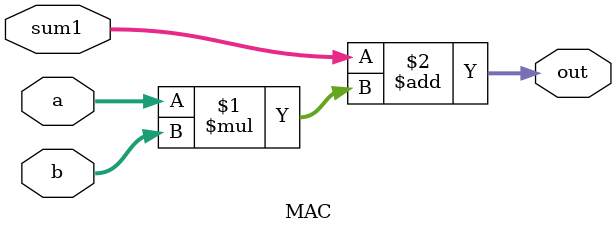
<source format=v>
module MAC#(
  parameter WIDTH_SUM = 32,
	parameter WIDTH_A = 8,
	parameter WIDTH_B = 8
	)
	(
	input			[WIDTH_SUM-1:0] 			sum1,
	input		 	[WIDTH_A-1:0] 			a,
	input		 	[WIDTH_B-1:0] 			b,
	output	wire 		[WIDTH_SUM-1:0]	out
    );

assign out = sum1 + a*b;
endmodule

</source>
